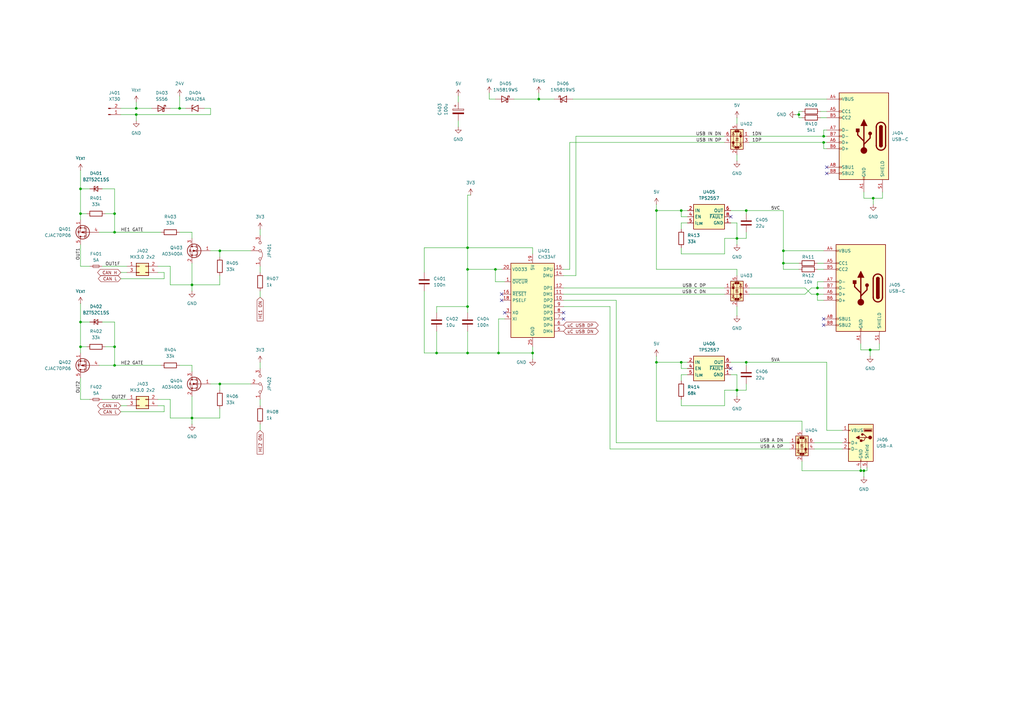
<source format=kicad_sch>
(kicad_sch (version 20250114) (generator "eeschema") (generator_version "9.0")
  (paper "A3")
  (title_block (title "EWS - Power, CANbus and USB HAT for 3D Printers") (date "2025-12-04") (rev "${PROJEKT_REV}") (company "Eduard Iten") (comment 1 "CC BY-NC-SA 4.0"))
  (junction (at 335.28 120.65))
  (junction (at 220.98 40.64))
  (junction (at 337.82 55.88))
  (junction (at 335.28 118.11))
  (junction (at 302.26 97.79))
  (junction (at 353.06 193.04))
  (junction (at 337.82 58.42))
  (junction (at 191.77 101.6))
  (junction (at 78.74 116.84))
  (junction (at 179.07 144.78))
  (junction (at 191.77 125.73))
  (junction (at 46.99 142.24))
  (junction (at 33.02 132.08))
  (junction (at 191.77 110.49))
  (junction (at 356.87 143.51))
  (junction (at 46.99 149.86))
  (junction (at 55.88 46.99))
  (junction (at 33.02 77.47))
  (junction (at 191.77 144.78))
  (junction (at 358.14 81.28))
  (junction (at 46.99 87.63))
  (junction (at 269.24 86.36))
  (junction (at 354.33 193.04))
  (junction (at 78.74 171.45))
  (junction (at 203.2 110.49))
  (junction (at 302.26 160.02))
  (junction (at 306.07 148.59))
  (junction (at 46.99 95.25))
  (junction (at 218.44 144.78))
  (junction (at 279.4 86.36))
  (junction (at 55.88 44.45))
  (junction (at 306.07 86.36))
  (junction (at 33.02 87.63))
  (junction (at 90.17 102.87))
  (junction (at 321.31 107.95))
  (junction (at 279.4 148.59))
  (junction (at 204.47 144.78))
  (junction (at 73.66 44.45))
  (junction (at 33.02 142.24))
  (junction (at 321.31 102.87))
  (junction (at 327.66 46.99))
  (junction (at 90.17 157.48))
  (junction (at 269.24 148.59))
  (no_connect (at 205.74 120.65))
  (no_connect (at 205.74 123.19))
  (no_connect (at 299.72 151.13))
  (no_connect (at 299.72 88.9))
  (no_connect (at 337.82 133.35))
  (no_connect (at 231.14 130.81))
  (no_connect (at 337.82 130.81))
  (no_connect (at 339.09 71.12))
  (no_connect (at 207.01 128.27))
  (no_connect (at 339.09 68.58))
  (no_connect (at 231.14 128.27))
  (wire (pts (xy 179.07 128.27) (xy 179.07 125.73)))
  (wire (pts (xy 43.18 87.63) (xy 46.99 87.63)))
  (wire (pts (xy 90.17 157.48) (xy 102.87 157.48)))
  (wire (pts (xy 328.93 48.26) (xy 327.66 48.26)))
  (wire (pts (xy 328.93 189.23) (xy 328.93 193.04)))
  (wire (pts (xy 46.99 149.86) (xy 46.99 142.24)))
  (wire (pts (xy 321.31 107.95) (xy 327.66 107.95)))
  (wire (pts (xy 332.74 118.11) (xy 335.28 118.11)))
  (wire (pts (xy 64.77 111.76) (xy 67.31 111.76)))
  (wire (pts (xy 67.31 166.37) (xy 64.77 166.37)))
  (wire (pts (xy 78.74 149.86) (xy 78.74 152.4)))
  (wire (pts (xy 269.24 146.05) (xy 269.24 148.59)))
  (wire (pts (xy 36.83 163.83) (xy 33.02 163.83)))
  (wire (pts (xy 33.02 109.22) (xy 36.83 109.22)))
  (wire (pts (xy 306.07 86.36) (xy 321.31 86.36)))
  (wire (pts (xy 90.17 116.84) (xy 78.74 116.84)))
  (wire (pts (xy 335.28 115.57) (xy 335.28 118.11)))
  (wire (pts (xy 231.14 123.19) (xy 252.73 123.19)))
  (wire (pts (xy 204.47 144.78) (xy 218.44 144.78)))
  (wire (pts (xy 106.68 93.98) (xy 106.68 96.52)))
  (wire (pts (xy 55.88 44.45) (xy 62.23 44.45)))
  (wire (pts (xy 279.4 163.83) (xy 279.4 166.37)))
  (wire (pts (xy 334.01 181.61) (xy 345.44 181.61)))
  (wire (pts (xy 191.77 144.78) (xy 204.47 144.78)))
  (wire (pts (xy 173.99 111.76) (xy 173.99 101.6)))
  (wire (pts (xy 337.82 53.34) (xy 337.82 55.88)))
  (wire (pts (xy 46.99 95.25) (xy 66.04 95.25)))
  (wire (pts (xy 203.2 115.57) (xy 203.2 110.49)))
  (wire (pts (xy 234.95 40.64) (xy 339.09 40.64)))
  (wire (pts (xy 78.74 107.95) (xy 78.74 116.84)))
  (wire (pts (xy 33.02 77.47) (xy 33.02 87.63)))
  (wire (pts (xy 354.33 78.74) (xy 354.33 81.28)))
  (wire (pts (xy 173.99 144.78) (xy 179.07 144.78)))
  (wire (pts (xy 269.24 172.72) (xy 269.24 148.59)))
  (wire (pts (xy 40.64 149.86) (xy 46.99 149.86)))
  (wire (pts (xy 279.4 151.13) (xy 279.4 148.59)))
  (wire (pts (xy 191.77 135.89) (xy 191.77 144.78)))
  (wire (pts (xy 330.2 120.65) (xy 332.74 118.11)))
  (wire (pts (xy 33.02 154.94) (xy 33.02 163.83)))
  (wire (pts (xy 33.02 77.47) (xy 36.83 77.47)))
  (wire (pts (xy 339.09 53.34) (xy 337.82 53.34)))
  (wire (pts (xy 207.01 115.57) (xy 203.2 115.57)))
  (wire (pts (xy 337.82 60.96) (xy 337.82 58.42)))
  (wire (pts (xy 200.66 40.64) (xy 203.2 40.64)))
  (wire (pts (xy 335.28 110.49) (xy 337.82 110.49)))
  (wire (pts (xy 33.02 132.08) (xy 36.83 132.08)))
  (wire (pts (xy 49.53 111.76) (xy 52.07 111.76)))
  (wire (pts (xy 269.24 86.36) (xy 279.4 86.36)))
  (wire (pts (xy 302.26 160.02) (xy 302.26 162.56)))
  (wire (pts (xy 41.91 109.22) (xy 52.07 109.22)))
  (wire (pts (xy 33.02 87.63) (xy 35.56 87.63)))
  (wire (pts (xy 73.66 95.25) (xy 78.74 95.25)))
  (wire (pts (xy 191.77 101.6) (xy 191.77 110.49)))
  (wire (pts (xy 86.36 44.45) (xy 86.36 46.99)))
  (wire (pts (xy 302.26 153.67) (xy 302.26 160.02)))
  (wire (pts (xy 281.94 88.9) (xy 279.4 88.9)))
  (wire (pts (xy 337.82 55.88) (xy 339.09 55.88)))
  (wire (pts (xy 236.22 55.88) (xy 297.18 55.88)))
  (wire (pts (xy 191.77 125.73) (xy 191.77 128.27)))
  (wire (pts (xy 191.77 110.49) (xy 191.77 125.73)))
  (wire (pts (xy 191.77 110.49) (xy 203.2 110.49)))
  (wire (pts (xy 321.31 86.36) (xy 321.31 102.87)))
  (wire (pts (xy 69.85 109.22) (xy 69.85 116.84)))
  (wire (pts (xy 46.99 77.47) (xy 46.99 87.63)))
  (wire (pts (xy 210.82 40.64) (xy 220.98 40.64)))
  (wire (pts (xy 86.36 102.87) (xy 90.17 102.87)))
  (wire (pts (xy 204.47 130.81) (xy 204.47 144.78)))
  (wire (pts (xy 90.17 102.87) (xy 90.17 105.41)))
  (wire (pts (xy 106.68 148.59) (xy 106.68 151.13)))
  (wire (pts (xy 353.06 140.97) (xy 353.06 143.51)))
  (wire (pts (xy 334.01 184.15) (xy 345.44 184.15)))
  (wire (pts (xy 73.66 39.37) (xy 73.66 44.45)))
  (wire (pts (xy 231.14 118.11) (xy 297.18 118.11)))
  (wire (pts (xy 279.4 101.6) (xy 279.4 104.14)))
  (wire (pts (xy 307.34 55.88) (xy 337.82 55.88)))
  (wire (pts (xy 106.68 173.99) (xy 106.68 176.53)))
  (wire (pts (xy 327.66 45.72) (xy 328.93 45.72)))
  (wire (pts (xy 281.94 151.13) (xy 279.4 151.13)))
  (wire (pts (xy 328.93 172.72) (xy 328.93 176.53)))
  (wire (pts (xy 302.26 63.5) (xy 302.26 66.04)))
  (wire (pts (xy 106.68 109.22) (xy 106.68 111.76)))
  (wire (pts (xy 55.88 46.99) (xy 55.88 49.53)))
  (wire (pts (xy 279.4 86.36) (xy 281.94 86.36)))
  (wire (pts (xy 78.74 95.25) (xy 78.74 97.79)))
  (wire (pts (xy 33.02 100.33) (xy 33.02 109.22)))
  (wire (pts (xy 86.36 46.99) (xy 55.88 46.99)))
  (wire (pts (xy 173.99 101.6) (xy 191.77 101.6)))
  (wire (pts (xy 203.2 110.49) (xy 205.74 110.49)))
  (wire (pts (xy 86.36 157.48) (xy 90.17 157.48)))
  (wire (pts (xy 33.02 144.78) (xy 33.02 142.24)))
  (wire (pts (xy 327.66 110.49) (xy 321.31 110.49)))
  (wire (pts (xy 49.53 46.99) (xy 55.88 46.99)))
  (wire (pts (xy 46.99 132.08) (xy 46.99 142.24)))
  (wire (pts (xy 55.88 44.45) (xy 55.88 41.91)))
  (wire (pts (xy 353.06 191.77) (xy 353.06 193.04)))
  (wire (pts (xy 179.07 144.78) (xy 191.77 144.78)))
  (wire (pts (xy 269.24 110.49) (xy 269.24 86.36)))
  (wire (pts (xy 200.66 38.1) (xy 200.66 40.64)))
  (wire (pts (xy 297.18 97.79) (xy 302.26 97.79)))
  (wire (pts (xy 231.14 120.65) (xy 297.18 120.65)))
  (wire (pts (xy 279.4 91.44) (xy 281.94 91.44)))
  (wire (pts (xy 69.85 163.83) (xy 69.85 171.45)))
  (wire (pts (xy 269.24 110.49) (xy 302.26 110.49)))
  (wire (pts (xy 67.31 168.91) (xy 67.31 166.37)))
  (wire (pts (xy 297.18 166.37) (xy 297.18 160.02)))
  (wire (pts (xy 41.91 163.83) (xy 52.07 163.83)))
  (wire (pts (xy 335.28 118.11) (xy 337.82 118.11)))
  (wire (pts (xy 279.4 104.14) (xy 297.18 104.14)))
  (wire (pts (xy 231.14 110.49) (xy 233.68 110.49)))
  (wire (pts (xy 33.02 132.08) (xy 33.02 124.46)))
  (wire (pts (xy 269.24 83.82) (xy 269.24 86.36)))
  (wire (pts (xy 90.17 171.45) (xy 78.74 171.45)))
  (wire (pts (xy 73.66 44.45) (xy 76.2 44.45)))
  (wire (pts (xy 41.91 132.08) (xy 46.99 132.08)))
  (wire (pts (xy 328.93 193.04) (xy 353.06 193.04)))
  (wire (pts (xy 250.19 125.73) (xy 231.14 125.73)))
  (wire (pts (xy 337.82 58.42) (xy 339.09 58.42)))
  (wire (pts (xy 306.07 148.59) (xy 339.09 148.59)))
  (wire (pts (xy 252.73 123.19) (xy 252.73 181.61)))
  (wire (pts (xy 299.72 91.44) (xy 302.26 91.44)))
  (wire (pts (xy 302.26 97.79) (xy 306.07 97.79)))
  (wire (pts (xy 302.26 91.44) (xy 302.26 97.79)))
  (wire (pts (xy 250.19 125.73) (xy 250.19 184.15)))
  (wire (pts (xy 299.72 153.67) (xy 302.26 153.67)))
  (wire (pts (xy 355.6 191.77) (xy 355.6 193.04)))
  (wire (pts (xy 337.82 115.57) (xy 335.28 115.57)))
  (wire (pts (xy 69.85 163.83) (xy 64.77 163.83)))
  (wire (pts (xy 279.4 156.21) (xy 279.4 153.67)))
  (wire (pts (xy 46.99 149.86) (xy 66.04 149.86)))
  (wire (pts (xy 173.99 119.38) (xy 173.99 144.78)))
  (wire (pts (xy 356.87 143.51) (xy 360.68 143.51)))
  (wire (pts (xy 335.28 120.65) (xy 337.82 120.65)))
  (wire (pts (xy 302.26 125.73) (xy 302.26 129.54)))
  (wire (pts (xy 179.07 135.89) (xy 179.07 144.78)))
  (wire (pts (xy 361.95 78.74) (xy 361.95 81.28)))
  (wire (pts (xy 220.98 40.64) (xy 227.33 40.64)))
  (wire (pts (xy 307.34 118.11) (xy 330.2 118.11)))
  (wire (pts (xy 250.19 184.15) (xy 323.85 184.15)))
  (wire (pts (xy 179.07 125.73) (xy 191.77 125.73)))
  (wire (pts (xy 279.4 166.37) (xy 297.18 166.37)))
  (wire (pts (xy 353.06 193.04) (xy 354.33 193.04)))
  (wire (pts (xy 49.53 44.45) (xy 55.88 44.45)))
  (wire (pts (xy 321.31 102.87) (xy 337.82 102.87)))
  (wire (pts (xy 43.18 142.24) (xy 46.99 142.24)))
  (wire (pts (xy 336.55 48.26) (xy 339.09 48.26)))
  (wire (pts (xy 69.85 171.45) (xy 78.74 171.45)))
  (wire (pts (xy 78.74 162.56) (xy 78.74 171.45)))
  (wire (pts (xy 218.44 142.24) (xy 218.44 144.78)))
  (wire (pts (xy 33.02 77.47) (xy 33.02 69.85)))
  (wire (pts (xy 321.31 110.49) (xy 321.31 107.95)))
  (wire (pts (xy 46.99 87.63) (xy 46.99 95.25)))
  (wire (pts (xy 306.07 157.48) (xy 306.07 160.02)))
  (wire (pts (xy 339.09 148.59) (xy 339.09 176.53)))
  (wire (pts (xy 191.77 80.01) (xy 193.04 80.01)))
  (wire (pts (xy 332.74 120.65) (xy 335.28 120.65)))
  (wire (pts (xy 279.4 88.9) (xy 279.4 86.36)))
  (wire (pts (xy 191.77 101.6) (xy 218.44 101.6)))
  (wire (pts (xy 269.24 172.72) (xy 328.93 172.72)))
  (wire (pts (xy 233.68 58.42) (xy 297.18 58.42)))
  (wire (pts (xy 330.2 118.11) (xy 332.74 120.65)))
  (wire (pts (xy 299.72 86.36) (xy 306.07 86.36)))
  (wire (pts (xy 326.39 46.99) (xy 327.66 46.99)))
  (wire (pts (xy 356.87 143.51) (xy 356.87 146.05)))
  (wire (pts (xy 302.26 48.26) (xy 302.26 50.8)))
  (wire (pts (xy 69.85 44.45) (xy 73.66 44.45)))
  (wire (pts (xy 90.17 102.87) (xy 102.87 102.87)))
  (wire (pts (xy 358.14 81.28) (xy 354.33 81.28)))
  (wire (pts (xy 33.02 90.17) (xy 33.02 87.63)))
  (wire (pts (xy 339.09 60.96) (xy 337.82 60.96)))
  (wire (pts (xy 358.14 81.28) (xy 358.14 83.82)))
  (wire (pts (xy 236.22 113.03) (xy 236.22 55.88)))
  (wire (pts (xy 106.68 119.38) (xy 106.68 121.92)))
  (wire (pts (xy 41.91 77.47) (xy 46.99 77.47)))
  (wire (pts (xy 69.85 116.84) (xy 78.74 116.84)))
  (wire (pts (xy 355.6 193.04) (xy 354.33 193.04)))
  (wire (pts (xy 299.72 148.59) (xy 306.07 148.59)))
  (wire (pts (xy 78.74 171.45) (xy 78.74 173.99)))
  (wire (pts (xy 335.28 107.95) (xy 337.82 107.95)))
  (wire (pts (xy 306.07 86.36) (xy 306.07 87.63)))
  (wire (pts (xy 360.68 140.97) (xy 360.68 143.51)))
  (wire (pts (xy 354.33 193.04) (xy 354.33 195.58)))
  (wire (pts (xy 302.26 160.02) (xy 306.07 160.02)))
  (wire (pts (xy 279.4 93.98) (xy 279.4 91.44)))
  (wire (pts (xy 279.4 153.67) (xy 281.94 153.67)))
  (wire (pts (xy 207.01 130.81) (xy 204.47 130.81)))
  (wire (pts (xy 90.17 157.48) (xy 90.17 160.02)))
  (wire (pts (xy 33.02 142.24) (xy 35.56 142.24)))
  (wire (pts (xy 187.96 41.91) (xy 187.96 39.37)))
  (wire (pts (xy 78.74 116.84) (xy 78.74 119.38)))
  (wire (pts (xy 269.24 148.59) (xy 279.4 148.59)))
  (wire (pts (xy 297.18 160.02) (xy 302.26 160.02)))
  (wire (pts (xy 336.55 45.72) (xy 339.09 45.72)))
  (wire (pts (xy 233.68 110.49) (xy 233.68 58.42)))
  (wire (pts (xy 337.82 123.19) (xy 335.28 123.19)))
  (wire (pts (xy 306.07 148.59) (xy 306.07 149.86)))
  (wire (pts (xy 106.68 163.83) (xy 106.68 166.37)))
  (wire (pts (xy 279.4 148.59) (xy 281.94 148.59)))
  (wire (pts (xy 361.95 81.28) (xy 358.14 81.28)))
  (wire (pts (xy 231.14 113.03) (xy 236.22 113.03)))
  (wire (pts (xy 187.96 52.07) (xy 187.96 49.53)))
  (wire (pts (xy 73.66 149.86) (xy 78.74 149.86)))
  (wire (pts (xy 345.44 176.53) (xy 339.09 176.53)))
  (wire (pts (xy 40.64 95.25) (xy 46.99 95.25)))
  (wire (pts (xy 83.82 44.45) (xy 86.36 44.45)))
  (wire (pts (xy 307.34 120.65) (xy 330.2 120.65)))
  (wire (pts (xy 67.31 114.3) (xy 67.31 111.76)))
  (wire (pts (xy 49.53 114.3) (xy 67.31 114.3)))
  (wire (pts (xy 90.17 167.64) (xy 90.17 171.45)))
  (wire (pts (xy 327.66 46.99) (xy 327.66 45.72)))
  (wire (pts (xy 218.44 144.78) (xy 218.44 147.32)))
  (wire (pts (xy 33.02 132.08) (xy 33.02 142.24)))
  (wire (pts (xy 49.53 166.37) (xy 52.07 166.37)))
  (wire (pts (xy 353.06 143.51) (xy 356.87 143.51)))
  (wire (pts (xy 297.18 104.14) (xy 297.18 97.79)))
  (wire (pts (xy 252.73 181.61) (xy 323.85 181.61)))
  (wire (pts (xy 327.66 48.26) (xy 327.66 46.99)))
  (wire (pts (xy 335.28 123.19) (xy 335.28 120.65)))
  (wire (pts (xy 90.17 113.03) (xy 90.17 116.84)))
  (wire (pts (xy 191.77 80.01) (xy 191.77 101.6)))
  (wire (pts (xy 49.53 168.91) (xy 67.31 168.91)))
  (wire (pts (xy 302.26 113.03) (xy 302.26 110.49)))
  (wire (pts (xy 302.26 97.79) (xy 302.26 100.33)))
  (wire (pts (xy 64.77 109.22) (xy 69.85 109.22)))
  (wire (pts (xy 307.34 58.42) (xy 337.82 58.42)))
  (wire (pts (xy 220.98 38.1) (xy 220.98 40.64)))
  (wire (pts (xy 321.31 107.95) (xy 321.31 102.87)))
  (wire (pts (xy 218.44 101.6) (xy 218.44 104.14)))
  (wire (pts (xy 306.07 95.25) (xy 306.07 97.79)))
  (label "HE2 GATE" (at 49.53 149.86 0))
  (label "USB IN DN" (at 295.91 55.88 180))
  (label "OUT1F" (at 43.18 109.22 0))
  (label "1DP" (at 312.42 58.42 180))
  (label "OUT1" (at 33.02 106.68 90))
  (label "OUT2F" (at 45.72 163.83 0))
  (label "OUT2" (at 33.02 161.29 90))
  (label "HE1 GATE" (at 49.53 95.25 0))
  (label "1DN" (at 312.42 55.88 180))
  (label "5VC" (at 316.23 86.36 0))
  (label "USB IN DP" (at 295.91 58.42 180))
  (label "5VA" (at 316.23 148.59 0))
  (label "USB C DN" (at 289.56 120.65 180))
  (label "USB A DN" (at 321.31 181.61 180))
  (label "USB A DP" (at 321.31 184.15 180))
  (label "USB C DP" (at 289.56 118.11 180))
  (global_label "uC USB DP" (shape bidirectional) (at 231.14 133.35 0) (property "Intersheetrefs" "${INTERSHEET_REFS}" (effects (hide yes))))
  (global_label "CAN L" (shape bidirectional) (at 49.53 114.3 180) (property "Intersheetrefs" "${INTERSHEET_REFS}" (effects (hide yes))))
  (global_label "uC USB DN" (shape bidirectional) (at 231.14 135.89 0) (property "Intersheetrefs" "${INTERSHEET_REFS}" (effects (hide yes))))
  (global_label "HE2 ON" (shape input) (at 106.68 176.53 270) (property "Intersheetrefs" "${INTERSHEET_REFS}" (effects (hide yes))))
  (global_label "CAN H" (shape bidirectional) (at 49.53 166.37 180) (property "Intersheetrefs" "${INTERSHEET_REFS}" (effects (hide yes))))
  (global_label "CAN H" (shape bidirectional) (at 49.53 111.76 180) (property "Intersheetrefs" "${INTERSHEET_REFS}" (effects (hide yes))))
  (global_label "HE1 ON" (shape input) (at 106.68 121.92 270) (property "Intersheetrefs" "${INTERSHEET_REFS}" (effects (hide yes))))
  (global_label "CAN L" (shape bidirectional) (at 49.53 168.91 180) (property "Intersheetrefs" "${INTERSHEET_REFS}" (effects (hide yes))))
  (symbol (lib_id "power:GND") (at 187.96 52.07 0) (unit 1)
    (property "Reference" "#PWR0411" (effects (hide yes)))
    (property "Value" "GND" (at 187.96 57.15 0))
    (property "Description" "Power symbol creates a global label with name \"GND\" , ground" (effects (hide yes)))
  )
  (symbol (lib_id "project:TPS2557") (at 290.83 151.13 0) (unit 1)
    (property "Reference" "U406" (at 290.83 140.97 0))
    (property "Value" "TPS2557" (at 290.83 143.51 0))
    (property "Footprint" "project:S-PVSON-N8" (effects (hide yes)))
  )
  (symbol (lib_id "Transistor_FET:AON6411") (at 35.56 149.86 180) (unit 1)
    (property "Reference" "Q402" (at 29.21 148.59 0) (effects (justify left)))
    (property "Value" "CJAC70P06" (at 29.21 151.13 0) (effects (justify left)))
    (property "Footprint" "Package_DFN_QFN:AO_DFN-8-1EP_5.55x5.2mm_P1.27mm_EP4.12x4.6mm" (effects (hide yes)))
    (property "Datasheet" "http://www.aosmd.com/res/data_sheets/AON6411.pd" (effects (hide yes)))
    (property "Manufacturer Part #" "CJAC70P06" (effects (hide yes)))
    (property "LCSC Part #" "C2898279" (effects (hide yes)))
    (property "FT Rotation Offset" "270" (effects (hide yes)))
  )
  (symbol (lib_id "Power_Protection:USBLC6-2SC6") (at 302.26 55.88 0) (mirror y) (unit 1)
    (property "Reference" "U402" (at 303.53 50.8 0) (effects (justify right)))
    (property "Value" "USBLC6-2SC6" (effects (hide yes)))
    (property "Footprint" "Package_TO_SOT_SMD:SOT-23-6" (effects (hide yes)))
    (property "Datasheet" "https://www.st.com/resource/en/datasheet/usblc6-2.pdf" (effects (hide yes)))
    (property "Description" "Very low capacitance ESD protection diode, 2 data-line, SOT-23-6" (effects (hide yes)))
    (property "LCSC Part #" "C2687116" (effects (hide yes)))
    (property "Manufacturer Part #" "USBLC6-2SC6" (effects (hide yes)))
    (property "FT Rotation Offset" "90" (effects (hide yes)))
  )
  (symbol (lib_id "Connector:Conn_01x02_Pin") (at 44.45 46.99 0) (mirror x) (unit 1)
    (property "Reference" "J401" (at 46.99 38.1 0))
    (property "Value" "XT30" (at 46.99 40.64 0))
    (property "Footprint" "Connector_AMASS:AMASS_XT30PW-M_1x02_P2.50mm_Horizontal" (effects (hide yes)))
    (property "Description" "Generic connector, single row, 01x02, script generated" (effects (hide yes)))
    (property "Manufacturer Part #" "XT30PW-M30.G.Y" (effects (hide yes)))
    (property "LCSC Part #" "C431092" (effects (hide yes)))
    (property "FT Rotation Offset" "180" (effects (hide yes)))
  )
  (symbol (lib_id "Device:C_Polarized") (at 187.96 45.72 0) (unit 1)
    (property "Reference" "C403" (at 180.34 44.831 90))
    (property "Value" "100u" (at 182.88 44.831 90))
    (property "Footprint" "Capacitor_SMD:CP_Elec_6.3x7.7" (effects (hide yes)))
    (property "Description" "Polarized capacitor" (effects (hide yes)))
    (property "Manufacturer Part #" "RVT1H101M0607" (effects (hide yes)))
    (property "LCSC Part #" "C3151829" (effects (hide yes)))
  )
  (symbol (lib_id "Transistor_FET:AON6411") (at 35.56 95.25 180) (unit 1)
    (property "Reference" "Q401" (at 29.21 93.98 0) (effects (justify left)))
    (property "Value" "CJAC70P06" (at 29.21 96.52 0) (effects (justify left)))
    (property "Footprint" "Package_DFN_QFN:AO_DFN-8-1EP_5.55x5.2mm_P1.27mm_EP4.12x4.6mm" (effects (hide yes)))
    (property "Datasheet" "http://www.aosmd.com/res/data_sheets/AON6411.pd" (effects (hide yes)))
    (property "Manufacturer Part #" "CJAC70P06" (effects (hide yes)))
    (property "LCSC Part #" "C2898279" (effects (hide yes)))
    (property "FT Rotation Offset" "270" (effects (hide yes)))
  )
  (symbol (lib_id "Device:R") (at 332.74 48.26 270) (mirror x) (unit 1)
    (property "Reference" "R410" (at 332.74 50.8 90))
    (property "Value" "5k1" (at 332.74 53.34 90))
    (property "Footprint" "Resistor_SMD:R_0402_1005Metric" (effects (hide yes)))
    (property "Description" "Resistor" (effects (hide yes)))
    (property "LCSC Part #" "C25905" (effects (hide yes)))
    (property "Manufacturer Part #" "0402WGF5101TCE" (effects (hide yes)))
  )
  (symbol (lib_id "Device:R") (at 90.17 163.83 180) (unit 1)
    (property "Reference" "R406" (at 92.71 162.5599 0) (effects (justify right)))
    (property "Value" "33k" (at 92.71 165.0999 0) (effects (justify right)))
    (property "Footprint" "Resistor_SMD:R_0402_1005Metric" (effects (hide yes)))
    (property "Description" "Resistor" (effects (hide yes)))
    (property "LCSC Part #" "C25779" (effects (hide yes)))
    (property "Manufacturer Part #" "0402WGF3302TCE" (effects (hide yes)))
  )
  (symbol (lib_id "power:GND") (at 78.74 119.38 0) (unit 1)
    (property "Reference" "#PWR0406" (effects (hide yes)))
    (property "Value" "GND" (at 78.74 124.46 0))
    (property "Description" "Power symbol creates a global label with name \"GND\" , ground" (effects (hide yes)))
  )
  (symbol (lib_id "Device:R") (at 279.4 97.79 180) (unit 1)
    (property "Reference" "R413" (at 281.94 96.5199 0) (effects (justify right)))
    (property "Value" "33k" (at 281.94 99.0599 0) (effects (justify right)))
    (property "Footprint" "Resistor_SMD:R_0402_1005Metric" (effects (hide yes)))
    (property "Description" "Resistor" (effects (hide yes)))
    (property "LCSC Part #" "C25779" (effects (hide yes)))
    (property "Manufacturer Part #" "0402WGF3302TCE" (effects (hide yes)))
  )
  (symbol (lib_id "power:+5V") (at 193.04 80.01 0) (unit 1)
    (property "Reference" "#PWR0412" (effects (hide yes)))
    (property "Value" "3V3" (at 193.04 74.93 0))
    (property "Description" "Power symbol creates a global label with name \"+5V\"" (effects (hide yes)))
  )
  (symbol (lib_id "Connector_Generic:Conn_02x02_Odd_Even") (at 57.15 109.22 0) (unit 1)
    (property "Reference" "J402" (at 58.42 102.87 0))
    (property "Value" "MX3.0 2x2" (at 58.42 105.41 0))
    (property "Footprint" "Connector_Molex:Molex_Micro-Fit_3.0_43045-0400_2x02_P3.00mm_Horizontal" (effects (hide yes)))
    (property "Description" "Generic connector, double row, 02x02, odd/even pin numbering scheme (row 1 odd numbers, row 2 even numbers), script generated (kicad-library-utils/schlib/autogen/connector/)" (effects (hide yes)))
    (property "Manufacturer Part #" "430450400" (effects (hide yes)))
    (property "LCSC Part #" "C122413" (effects (hide yes)))
    (property "FT Rotation Offset" "180" (effects (hide yes)))
  )
  (symbol (lib_id "Device:R") (at 331.47 110.49 270) (unit 1)
    (property "Reference" "R412" (at 331.47 113.03 90))
    (property "Value" "10k" (at 331.47 115.57 90))
    (property "Footprint" "Resistor_SMD:R_0402_1005Metric" (effects (hide yes)))
    (property "Description" "Resistor" (effects (hide yes)))
    (property "LCSC Part #" "C25744" (effects (hide yes)))
    (property "Manufacturer Part #" "0402WGF1002TCE" (effects (hide yes)))
  )
  (symbol (lib_id "power:GND") (at 55.88 49.53 0) (unit 1)
    (property "Reference" "#PWR0404" (effects (hide yes)))
    (property "Value" "GND" (at 55.88 54.61 0))
    (property "Description" "Power symbol creates a global label with name \"GND\" , ground" (effects (hide yes)))
  )
  (symbol (lib_id "Connector:USB_C_Receptacle_USB2.0_16P") (at 353.06 118.11 0) (mirror y) (unit 1)
    (property "Reference" "J405" (at 364.49 116.8399 0) (effects (justify right)))
    (property "Value" "USB-C" (at 364.49 119.3799 0) (effects (justify right)))
    (property "Footprint" "Connector_USB:USB_C_Receptacle_GCT_USB4105-xx-A_16P_TopMnt_Horizontal" (effects (hide yes)))
    (property "Datasheet" "https://www.usb.org/sites/default/files/documents/usb_type-c.zip" (effects (hide yes)))
    (property "Description" "USB 2.0-only 16P Type-C Receptacle connector" (effects (hide yes)))
    (property "Manufacturer Part #" "TYPE-C 16PIN 2MD(073)" (effects (hide yes)))
    (property "LCSC Part #" "C2765186" (effects (hide yes)))
  )
  (symbol (lib_id "power:+24V") (at 73.66 39.37 0) (unit 1)
    (property "Reference" "#PWR0405" (effects (hide yes)))
    (property "Value" "24V" (at 73.66 34.29 0))
    (property "Description" "Power symbol creates a global label with name \"+24V\"" (effects (hide yes)))
  )
  (symbol (lib_id "Transistor_FET:AO3400A") (at 81.28 157.48 0) (mirror y) (unit 1)
    (property "Reference" "Q404" (at 74.93 156.2099 0) (effects (justify left)))
    (property "Value" "AO3400A" (at 74.93 158.7499 0) (effects (justify left)))
    (property "Footprint" "Package_TO_SOT_SMD:SOT-23" (effects (hide yes)))
    (property "Datasheet" "http://www.aosmd.com/pdfs/datasheet/AO3400A.pdf" (effects (hide yes)))
    (property "Description" "30V Vds, 5.7A Id, N-Channel MOSFET, SOT-23" (effects (hide yes)))
    (property "LCSC Part #" "C20917" (effects (hide yes)))
    (property "Manufacturer Part #" "AO3400A" (effects (hide yes)))
  )
  (symbol (lib_id "Device:C") (at 179.07 132.08 0) (unit 1)
    (property "Reference" "C402" (at 182.88 130.8099 0) (effects (justify left)))
    (property "Value" "10u" (at 182.88 133.3499 0) (effects (justify left)))
    (property "Footprint" "Capacitor_SMD:C_0603_1608Metric" (effects (hide yes)))
    (property "Description" "Unpolarized capacitor" (effects (hide yes)))
    (property "Manufacturer Part #" "CL10A106MA8NRNC" (effects (hide yes)))
    (property "LCSC Part #" "C96446" (effects (hide yes)))
  )
  (symbol (lib_id "Connector_Generic:Conn_02x02_Odd_Even") (at 57.15 163.83 0) (unit 1)
    (property "Reference" "J403" (at 58.42 157.48 0))
    (property "Value" "MX3.0 2x2" (at 58.42 160.02 0))
    (property "Footprint" "Connector_Molex:Molex_Micro-Fit_3.0_43045-0400_2x02_P3.00mm_Horizontal" (effects (hide yes)))
    (property "Description" "Generic connector, double row, 02x02, odd/even pin numbering scheme (row 1 odd numbers, row 2 even numbers), script generated (kicad-library-utils/schlib/autogen/connector/)" (effects (hide yes)))
    (property "Manufacturer Part #" "430450400" (effects (hide yes)))
    (property "LCSC Part #" "C122413" (effects (hide yes)))
    (property "FT Rotation Offset" "180" (effects (hide yes)))
  )
  (symbol (lib_id "Device:C") (at 173.99 115.57 0) (unit 1)
    (property "Reference" "C401" (at 177.8 114.3 0) (effects (justify left)))
    (property "Value" "100n" (at 177.8 116.84 0) (effects (justify left)))
    (property "Footprint" "Capacitor_SMD:C_0402_1005Metric" (effects (hide yes)))
    (property "Description" "Unpolarized capacitor" (effects (hide yes)))
    (property "Manufacturer Part #" "CL05B104KB54PNC" (effects (hide yes)))
    (property "LCSC Part #" "C307331" (effects (hide yes)))
  )
  (symbol (lib_id "power:+5V") (at 200.66 38.1 0) (unit 1)
    (property "Reference" "#PWR0413" (effects (hide yes)))
    (property "Value" "5V" (at 200.66 33.02 0))
    (property "Description" "Power symbol creates a global label with name \"+5V\"" (effects (hide yes)))
  )
  (symbol (lib_id "project:TPS2557") (at 290.83 88.9 0) (unit 1)
    (property "Reference" "U405" (at 290.83 78.74 0))
    (property "Value" "TPS2557" (at 290.83 81.28 0))
    (property "Footprint" "project:S-PVSON-N8" (effects (hide yes)))
  )
  (symbol (lib_id "power:+5V") (at 269.24 83.82 0) (unit 1)
    (property "Reference" "#PWR0418" (effects (hide yes)))
    (property "Value" "5V" (at 269.24 78.74 0))
    (property "Description" "Power symbol creates a global label with name \"+5V\"" (effects (hide yes)))
  )
  (symbol (lib_id "power:+1V0") (at 33.02 124.46 0) (unit 1)
    (property "Reference" "#PWR0402" (effects (hide yes)))
    (property "Value" "V_{EXT}" (at 33.02 119.38 0))
    (property "Description" "Power symbol creates a global label with name \"+1V0\"" (effects (hide yes)))
  )
  (symbol (lib_id "Device:R") (at 106.68 115.57 0) (mirror x) (unit 1)
    (property "Reference" "R407" (at 109.22 114.3 0) (effects (justify left)))
    (property "Value" "1k" (at 109.22 116.84 0) (effects (justify left)))
    (property "Footprint" "Resistor_SMD:R_0402_1005Metric" (effects (hide yes)))
    (property "Description" "Resistor" (effects (hide yes)))
    (property "LCSC Part #" "C11702" (effects (hide yes)))
    (property "Manufacturer Part #" "0402WGF1001TCE" (effects (hide yes)))
  )
  (symbol (lib_id "Diode:1N5819WS") (at 207.01 40.64 0) (mirror y) (unit 1)
    (property "Reference" "D405" (at 207.3275 34.29 0))
    (property "Value" "1N5819WS" (at 207.3275 36.83 0))
    (property "Footprint" "Diode_SMD:D_SOD-323" (effects (hide yes)))
    (property "Datasheet" "https://datasheet.lcsc.com/lcsc/2204281430_Guangdong-Hottech-1N5819WS_C191023.pdf" (effects (hide yes)))
    (property "Description" "40V 600mV@1A 1A SOD-323 Schottky Barrier Diodes, SOD-323" (effects (hide yes)))
    (property "LCSC Part #" "C191023" (effects (hide yes)))
    (property "Manufacturer Part #" "1N5819WS" (effects (hide yes)))
  )
  (symbol (lib_id "Device:R") (at 39.37 142.24 90) (unit 1)
    (property "Reference" "R402" (at 39.37 135.89 90))
    (property "Value" "33k" (at 39.37 138.43 90))
    (property "Footprint" "Resistor_SMD:R_0402_1005Metric" (effects (hide yes)))
    (property "Description" "Resistor" (effects (hide yes)))
    (property "LCSC Part #" "C25779" (effects (hide yes)))
    (property "Manufacturer Part #" "0402WGF3302TCE" (effects (hide yes)))
  )
  (symbol (lib_id "power:+5V") (at 220.98 38.1 0) (unit 1)
    (property "Reference" "#PWR0414" (effects (hide yes)))
    (property "Value" "5V_{SYS}" (at 220.98 33.02 0))
    (property "Description" "Power symbol creates a global label with name \"+5V\"" (effects (hide yes)))
  )
  (symbol (lib_id "Device:C") (at 306.07 91.44 0) (unit 1)
    (property "Reference" "C405" (at 309.88 90.1699 0) (effects (justify left)))
    (property "Value" "22u" (at 309.88 92.7099 0) (effects (justify left)))
    (property "Footprint" "Capacitor_SMD:C_1206_3216Metric" (effects (hide yes)))
    (property "Description" "Unpolarized capacitor" (effects (hide yes)))
    (property "LCSC Part #" "C12891" (effects (hide yes)))
    (property "Manufacturer Part #" "CL31A226KAHNNNE" (effects (hide yes)))
  )
  (symbol (lib_id "Jumper:Jumper_3_Bridged12") (at 106.68 102.87 270) (mirror x) (unit 1) (in_bom no)
    (property "Reference" "JP401" (at 110.49 102.87 0))
    (property "Footprint" "project:SolderJumper-3_P1.3mm_Bridged12_RoundedPad1.0x1.5mm_custom" (effects (hide yes)))
    (property "Description" "Jumper, 3-pole, pins 1+2 closed/bridged" (effects (hide yes)))
  )
  (symbol (lib_id "Device:R") (at 279.4 160.02 0) (unit 1)
    (property "Reference" "R414" (at 281.94 158.7499 0) (effects (justify left)))
    (property "Value" "68k" (at 281.94 161.2899 0) (effects (justify left)))
    (property "Footprint" "Resistor_SMD:R_0603_1608Metric" (effects (hide yes)))
    (property "Description" "Resistor" (effects (hide yes)))
    (property "Manufacturer Part #" "0603WAF6802T5E" (effects (hide yes)))
    (property "LCSC Part #" "C23231" (effects (hide yes)))
  )
  (symbol (lib_id "Power_Protection:USBLC6-2SC6") (at 302.26 118.11 0) (unit 1)
    (property "Reference" "U403" (at 303.53 113.03 0) (effects (justify left)))
    (property "Value" "USBLC6-2SC6" (effects (hide yes)))
    (property "Footprint" "Package_TO_SOT_SMD:SOT-23-6" (effects (hide yes)))
    (property "Datasheet" "https://www.st.com/resource/en/datasheet/usblc6-2.pdf" (effects (hide yes)))
    (property "Description" "Very low capacitance ESD protection diode, 2 data-line, SOT-23-6" (effects (hide yes)))
    (property "LCSC Part #" "C2687116" (effects (hide yes)))
    (property "Manufacturer Part #" "USBLC6-2SC6" (effects (hide yes)))
    (property "FT Rotation Offset" "90" (effects (hide yes)))
  )
  (symbol (lib_id "power:GND") (at 302.26 100.33 0) (unit 1)
    (property "Reference" "#PWR0419" (effects (hide yes)))
    (property "Value" "GND" (at 302.26 105.41 0))
    (property "Description" "Power symbol creates a global label with name \"GND\" , ground" (effects (hide yes)))
  )
  (symbol (lib_id "Device:R") (at 39.37 87.63 90) (unit 1)
    (property "Reference" "R401" (at 39.37 81.28 90))
    (property "Value" "33k" (at 39.37 83.82 90))
    (property "Footprint" "Resistor_SMD:R_0402_1005Metric" (effects (hide yes)))
    (property "Description" "Resistor" (effects (hide yes)))
    (property "LCSC Part #" "C25779" (effects (hide yes)))
    (property "Manufacturer Part #" "0402WGF3302TCE" (effects (hide yes)))
  )
  (symbol (lib_id "Device:Fuse_Small") (at 39.37 109.22 0) (unit 1)
    (property "Reference" "F401" (at 39.37 104.14 0))
    (property "Value" "5A" (at 39.37 106.68 0))
    (property "Footprint" "Fuse:Fuse_1206_3216Metric_Pad1.42x1.75mm_HandSolder" (effects (hide yes)))
    (property "Description" "Fuse, small symbol" (effects (hide yes)))
    (property "Manufacturer Part #" "CFS12V3T5R0" (effects (hide yes)))
    (property "LCSC Part #" "C163128" (effects (hide yes)))
  )
  (symbol (lib_id "Power_Protection:USBLC6-2SC6") (at 328.93 181.61 0) (unit 1)
    (property "Reference" "U404" (at 330.2 176.53 0) (effects (justify left)))
    (property "Value" "USBLC6-2SC6" (effects (hide yes)))
    (property "Footprint" "Package_TO_SOT_SMD:SOT-23-6" (effects (hide yes)))
    (property "Datasheet" "https://www.st.com/resource/en/datasheet/usblc6-2.pdf" (effects (hide yes)))
    (property "Description" "Very low capacitance ESD protection diode, 2 data-line, SOT-23-6" (effects (hide yes)))
    (property "LCSC Part #" "C2687116" (effects (hide yes)))
    (property "Manufacturer Part #" "USBLC6-2SC6" (effects (hide yes)))
    (property "FT Rotation Offset" "90" (effects (hide yes)))
  )
  (symbol (lib_id "power:GND") (at 78.74 173.99 0) (unit 1)
    (property "Reference" "#PWR0407" (effects (hide yes)))
    (property "Value" "GND" (at 78.74 179.07 0))
    (property "Description" "Power symbol creates a global label with name \"GND\" , ground" (effects (hide yes)))
  )
  (symbol (lib_id "Device:R") (at 69.85 149.86 90) (unit 1)
    (property "Reference" "R404" (at 69.85 143.51 90))
    (property "Value" "33k" (at 69.85 146.05 90))
    (property "Footprint" "Resistor_SMD:R_0402_1005Metric" (effects (hide yes)))
    (property "Description" "Resistor" (effects (hide yes)))
    (property "LCSC Part #" "C25779" (effects (hide yes)))
    (property "Manufacturer Part #" "0402WGF3302TCE" (effects (hide yes)))
  )
  (symbol (lib_id "Diode:SMAJ26A") (at 80.01 44.45 0) (unit 1)
    (property "Reference" "D404" (at 80.01 38.1 0))
    (property "Value" "SMAJ26A" (at 80.01 40.64 0))
    (property "Footprint" "Diode_SMD:D_SMA" (effects (hide yes)))
    (property "Datasheet" "https://www.littelfuse.com/media?resourcetype=datasheets&itemid=75e32973-b177-4ee3-a0ff-cedaf1abdb93&filename=smaj-datasheet" (effects (hide yes)))
    (property "Description" "400W unidirectional Transient Voltage Suppressor, 26.0Vr, SMA(DO-214AC)" (effects (hide yes)))
    (property "LCSC Part #" "C19077543" (effects (hide yes)))
    (property "Manufacturer Part #" "SMAJ26A" (effects (hide yes)))
  )
  (symbol (lib_id "Device:C") (at 306.07 153.67 0) (unit 1)
    (property "Reference" "C406" (at 309.88 152.3999 0) (effects (justify left)))
    (property "Value" "22u" (at 309.88 154.9399 0) (effects (justify left)))
    (property "Footprint" "Capacitor_SMD:C_1206_3216Metric" (effects (hide yes)))
    (property "Description" "Unpolarized capacitor" (effects (hide yes)))
    (property "LCSC Part #" "C12891" (effects (hide yes)))
    (property "Manufacturer Part #" "CL31A226KAHNNNE" (effects (hide yes)))
  )
  (symbol (lib_id "Device:D_Zener_Small") (at 39.37 132.08 0) (unit 1)
    (property "Reference" "D402" (at 39.37 125.73 0))
    (property "Value" "BZT52C15S" (at 39.37 128.27 0))
    (property "Footprint" "Diode_SMD:D_SOD-323" (effects (hide yes)))
    (property "Description" "Zener diode, small symbol" (effects (hide yes)))
    (property "Manufacturer Part #" "BZT52C15S" (effects (hide yes)))
    (property "LCSC Part #" "C19077448" (effects (hide yes)))
  )
  (symbol (lib_id "power:GND") (at 354.33 195.58 0) (unit 1)
    (property "Reference" "#PWR0424" (effects (hide yes)))
    (property "Value" "GND" (at 354.33 200.66 0))
    (property "Description" "Power symbol creates a global label with name \"GND\" , ground" (effects (hide yes)))
  )
  (symbol (lib_id "Device:R") (at 106.68 170.18 0) (mirror x) (unit 1)
    (property "Reference" "R408" (at 109.22 168.91 0) (effects (justify left)))
    (property "Value" "1k" (at 109.22 171.45 0) (effects (justify left)))
    (property "Footprint" "Resistor_SMD:R_0402_1005Metric" (effects (hide yes)))
    (property "Description" "Resistor" (effects (hide yes)))
    (property "LCSC Part #" "C11702" (effects (hide yes)))
    (property "Manufacturer Part #" "0402WGF1001TCE" (effects (hide yes)))
  )
  (symbol (lib_id "Connector:USB_C_Receptacle_USB2.0_16P") (at 354.33 55.88 0) (mirror y) (unit 1)
    (property "Reference" "J404" (at 365.76 54.6099 0) (effects (justify right)))
    (property "Value" "USB-C" (at 365.76 57.1499 0) (effects (justify right)))
    (property "Footprint" "Connector_USB:USB_C_Receptacle_GCT_USB4105-xx-A_16P_TopMnt_Horizontal" (effects (hide yes)))
    (property "Datasheet" "https://www.usb.org/sites/default/files/documents/usb_type-c.zip" (effects (hide yes)))
    (property "Description" "USB 2.0-only 16P Type-C Receptacle connector" (effects (hide yes)))
    (property "Manufacturer Part #" "TYPE-C 16PIN 2MD(073)" (effects (hide yes)))
    (property "LCSC Part #" "C2765186" (effects (hide yes)))
  )
  (symbol (lib_id "Device:R") (at 90.17 109.22 180) (unit 1)
    (property "Reference" "R405" (at 92.71 107.9499 0) (effects (justify right)))
    (property "Value" "33k" (at 92.71 110.4899 0) (effects (justify right)))
    (property "Footprint" "Resistor_SMD:R_0402_1005Metric" (effects (hide yes)))
    (property "Description" "Resistor" (effects (hide yes)))
    (property "LCSC Part #" "C25779" (effects (hide yes)))
    (property "Manufacturer Part #" "0402WGF3302TCE" (effects (hide yes)))
  )
  (symbol (lib_id "power:+5V") (at 187.96 39.37 0) (unit 1)
    (property "Reference" "#PWR0410" (effects (hide yes)))
    (property "Value" "5V" (at 187.96 34.29 0))
    (property "Description" "Power symbol creates a global label with name \"+5V\"" (effects (hide yes)))
  )
  (symbol (lib_id "power:GND") (at 326.39 46.99 270) (unit 1)
    (property "Reference" "#PWR0423" (effects (hide yes)))
    (property "Value" "GND" (at 322.58 46.99 90) (effects (justify right)))
    (property "Description" "Power symbol creates a global label with name \"GND\" , ground" (effects (hide yes)))
  )
  (symbol (lib_id "power:+1V0") (at 55.88 41.91 0) (unit 1)
    (property "Reference" "#PWR0403" (effects (hide yes)))
    (property "Value" "V_{EXT}" (at 55.88 36.83 0))
    (property "Description" "Power symbol creates a global label with name \"+1V0\"" (effects (hide yes)))
  )
  (symbol (lib_id "power:GND") (at 358.14 83.82 0) (unit 1)
    (property "Reference" "#PWR0425" (effects (hide yes)))
    (property "Value" "GND" (at 358.14 88.9 0))
    (property "Description" "Power symbol creates a global label with name \"GND\" , ground" (effects (hide yes)))
  )
  (symbol (lib_id "Jumper:Jumper_3_Bridged12") (at 106.68 157.48 270) (mirror x) (unit 1) (in_bom no)
    (property "Reference" "JP402" (at 110.49 157.48 0))
    (property "Footprint" "project:SolderJumper-3_P1.3mm_Bridged12_RoundedPad1.0x1.5mm_custom" (effects (hide yes)))
    (property "Description" "Jumper, 3-pole, pins 1+2 closed/bridged" (effects (hide yes)))
  )
  (symbol (lib_id "power:+1V0") (at 33.02 69.85 0) (unit 1)
    (property "Reference" "#PWR0401" (effects (hide yes)))
    (property "Value" "V_{EXT}" (at 33.02 64.77 0))
    (property "Description" "Power symbol creates a global label with name \"+1V0\"" (effects (hide yes)))
  )
  (symbol (lib_id "power:+5V") (at 106.68 93.98 0) (unit 1)
    (property "Reference" "#PWR0408" (effects (hide yes)))
    (property "Value" "3V3" (at 106.68 88.9 0))
    (property "Description" "Power symbol creates a global label with name \"+5V\"" (effects (hide yes)))
  )
  (symbol (lib_id "Diode:1N5819WS") (at 231.14 40.64 0) (unit 1)
    (property "Reference" "D406" (at 230.8225 34.29 0))
    (property "Value" "1N5819WS" (at 230.8225 36.83 0))
    (property "Footprint" "Diode_SMD:D_SOD-323" (effects (hide yes)))
    (property "Datasheet" "https://datasheet.lcsc.com/lcsc/2204281430_Guangdong-Hottech-1N5819WS_C191023.pdf" (effects (hide yes)))
    (property "Description" "40V 600mV@1A 1A SOD-323 Schottky Barrier Diodes, SOD-323" (effects (hide yes)))
    (property "LCSC Part #" "C191023" (effects (hide yes)))
    (property "Manufacturer Part #" "1N5819WS" (effects (hide yes)))
  )
  (symbol (lib_id "Device:C") (at 191.77 132.08 0) (unit 1)
    (property "Reference" "C404" (at 195.58 130.8099 0) (effects (justify left)))
    (property "Value" "100n" (at 195.58 133.3499 0) (effects (justify left)))
    (property "Footprint" "Capacitor_SMD:C_0402_1005Metric" (effects (hide yes)))
    (property "Description" "Unpolarized capacitor" (effects (hide yes)))
    (property "Manufacturer Part #" "CL05B104KB54PNC" (effects (hide yes)))
    (property "LCSC Part #" "C307331" (effects (hide yes)))
  )
  (symbol (lib_id "power:GND") (at 302.26 162.56 0) (unit 1)
    (property "Reference" "#PWR0428" (effects (hide yes)))
    (property "Value" "GND" (at 302.26 167.64 0))
    (property "Description" "Power symbol creates a global label with name \"GND\" , ground" (effects (hide yes)))
  )
  (symbol (lib_id "Device:R") (at 331.47 107.95 270) (mirror x) (unit 1)
    (property "Reference" "R411" (at 331.47 105.41 90))
    (property "Value" "10k" (effects (hide yes)))
    (property "Footprint" "Resistor_SMD:R_0402_1005Metric" (effects (hide yes)))
    (property "Description" "Resistor" (effects (hide yes)))
    (property "LCSC Part #" "C25744" (effects (hide yes)))
    (property "Manufacturer Part #" "0402WGF1002TCE" (effects (hide yes)))
  )
  (symbol (lib_id "Device:D_Zener_Small") (at 39.37 77.47 0) (unit 1)
    (property "Reference" "D401" (at 39.37 71.12 0))
    (property "Value" "BZT52C15S" (at 39.37 73.66 0))
    (property "Footprint" "Diode_SMD:D_SOD-323" (effects (hide yes)))
    (property "Description" "Zener diode, small symbol" (effects (hide yes)))
    (property "Manufacturer Part #" "BZT52C15S" (effects (hide yes)))
    (property "LCSC Part #" "C19077448" (effects (hide yes)))
  )
  (symbol (lib_id "power:GND") (at 356.87 146.05 0) (unit 1)
    (property "Reference" "#PWR0426" (effects (hide yes)))
    (property "Value" "GND" (at 356.87 151.13 0))
    (property "Description" "Power symbol creates a global label with name \"GND\" , ground" (effects (hide yes)))
  )
  (symbol (lib_id "Device:R") (at 69.85 95.25 90) (unit 1)
    (property "Reference" "R403" (at 69.85 88.9 90))
    (property "Value" "33k" (at 69.85 91.44 90))
    (property "Footprint" "Resistor_SMD:R_0402_1005Metric" (effects (hide yes)))
    (property "Description" "Resistor" (effects (hide yes)))
    (property "LCSC Part #" "C25779" (effects (hide yes)))
    (property "Manufacturer Part #" "0402WGF3302TCE" (effects (hide yes)))
  )
  (symbol (lib_id "power:GND") (at 302.26 66.04 0) (unit 1)
    (property "Reference" "#PWR0417" (effects (hide yes)))
    (property "Value" "GND" (at 302.26 71.12 0))
    (property "Description" "Power symbol creates a global label with name \"GND\" , ground" (effects (hide yes)))
  )
  (symbol (lib_id "Connector:USB_A") (at 353.06 181.61 0) (mirror y) (unit 1)
    (property "Reference" "J406" (at 359.41 180.3399 0) (effects (justify right)))
    (property "Value" "USB-A" (at 359.41 182.8799 0) (effects (justify right)))
    (property "Footprint" "Connector_USB:USB_A_Wuerth_614004134726_Horizontal" (effects (hide yes)))
    (property "Description" "USB Type A connector" (effects (hide yes)))
    (property "Manufacturer Part #" "BX-TYPE-A-MCC4P" (effects (hide yes)))
    (property "LCSC Part #" "C18077685" (effects (hide yes)))
  )
  (symbol (lib_id "power:+5V") (at 302.26 48.26 0) (unit 1)
    (property "Reference" "#PWR0416" (effects (hide yes)))
    (property "Value" "5V" (at 302.26 43.18 0))
    (property "Description" "Power symbol creates a global label with name \"+5V\"" (effects (hide yes)))
  )
  (symbol (lib_id "Device:R") (at 332.74 45.72 270) (mirror x) (unit 1)
    (property "Reference" "R409" (at 332.74 43.18 90))
    (property "Value" "5k1" (effects (hide yes)))
    (property "Footprint" "Resistor_SMD:R_0402_1005Metric" (effects (hide yes)))
    (property "Description" "Resistor" (effects (hide yes)))
    (property "LCSC Part #" "C25905" (effects (hide yes)))
    (property "Manufacturer Part #" "0402WGF5101TCE" (effects (hide yes)))
  )
  (symbol (lib_id "power:+5V") (at 269.24 146.05 0) (unit 1)
    (property "Reference" "#PWR0427" (effects (hide yes)))
    (property "Value" "5V" (at 269.24 140.97 0))
    (property "Description" "Power symbol creates a global label with name \"+5V\"" (effects (hide yes)))
  )
  (symbol (lib_id "Device:D_Schottky") (at 66.04 44.45 0) (mirror y) (unit 1)
    (property "Reference" "D403" (at 66.3575 38.1 0))
    (property "Value" "SS56" (at 66.3575 40.64 0))
    (property "Footprint" "Diode_SMD:D_SMC" (effects (hide yes)))
    (property "Description" "Schottky diode" (effects (hide yes)))
    (property "Manufacturer Part #" "SS56C" (effects (hide yes)))
    (property "LCSC Part #" "C24138" (effects (hide yes)))
  )
  (symbol (lib_id "Device:Fuse_Small") (at 39.37 163.83 0) (unit 1)
    (property "Reference" "F402" (at 39.37 158.75 0))
    (property "Value" "5A" (at 39.37 161.29 0))
    (property "Footprint" "Fuse:Fuse_1206_3216Metric_Pad1.42x1.75mm_HandSolder" (effects (hide yes)))
    (property "Description" "Fuse, small symbol" (effects (hide yes)))
    (property "Manufacturer Part #" "CFS12V3T5R0" (effects (hide yes)))
    (property "LCSC Part #" "C163128" (effects (hide yes)))
  )
  (symbol (lib_id "project:CH334F") (at 218.44 123.19 0) (unit 1)
    (property "Reference" "U401" (at 220.5833 102.87 0) (effects (justify left)))
    (property "Value" "CH334F" (at 220.5833 105.41 0) (effects (justify left)))
    (property "Footprint" "Package_DFN_QFN:QFN-24-1EP_4x4mm_P0.5mm_EP2.7x2.7mm_ThermalVias" (effects (hide yes)))
    (property "LCSC Part #" "C5187527" (effects (hide yes)))
    (property "Manufacturer Part #" "CH334F" (effects (hide yes)))
  )
  (symbol (lib_id "power:+5V") (at 106.68 148.59 0) (unit 1)
    (property "Reference" "#PWR0409" (effects (hide yes)))
    (property "Value" "3V3" (at 106.68 143.51 0))
    (property "Description" "Power symbol creates a global label with name \"+5V\"" (effects (hide yes)))
  )
  (symbol (lib_id "power:GND") (at 218.44 147.32 0) (mirror y) (unit 1)
    (property "Reference" "#PWR0415" (effects (hide yes)))
    (property "Value" "GND" (at 215.9 148.5899 0) (effects (justify left)))
    (property "Description" "Power symbol creates a global label with name \"GND\" , ground" (effects (hide yes)))
  )
  (symbol (lib_id "power:GND") (at 302.26 129.54 0) (unit 1)
    (property "Reference" "#PWR0422" (effects (hide yes)))
    (property "Value" "GND" (at 302.26 134.62 0))
    (property "Description" "Power symbol creates a global label with name \"GND\" , ground" (effects (hide yes)))
  )
  (symbol (lib_id "Transistor_FET:AO3400A") (at 81.28 102.87 0) (mirror y) (unit 1)
    (property "Reference" "Q403" (at 74.93 101.5999 0) (effects (justify left)))
    (property "Value" "AO3400A" (at 74.93 104.1399 0) (effects (justify left)))
    (property "Footprint" "Package_TO_SOT_SMD:SOT-23" (effects (hide yes)))
    (property "Datasheet" "http://www.aosmd.com/pdfs/datasheet/AO3400A.pdf" (effects (hide yes)))
    (property "Description" "30V Vds, 5.7A Id, N-Channel MOSFET, SOT-23" (effects (hide yes)))
    (property "LCSC Part #" "C20917" (effects (hide yes)))
    (property "Manufacturer Part #" "AO3400A" (effects (hide yes)))
  )
)
</source>
